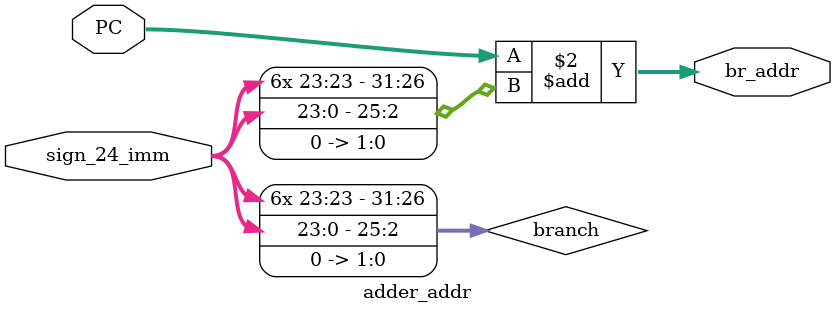
<source format=v>
module adder_addr(
    PC,
    sign_24_imm,
    br_addr
);
    input[31:0] PC;
    input[23:0] sign_24_imm;
    output[31:0] br_addr;
    wire[31:0] branch;

    assign branch = ({{8{sign_24_imm[23]}}, sign_24_imm}) << 2'b10;
    assign br_addr = PC + branch;
endmodule

</source>
